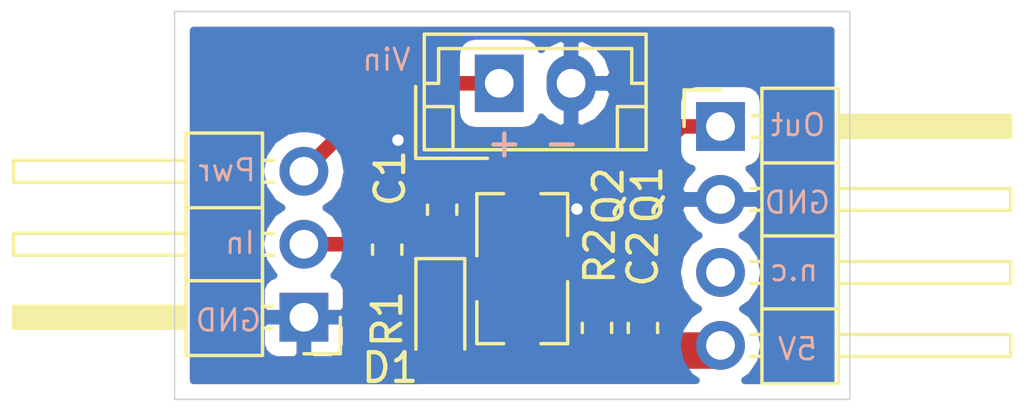
<source format=kicad_pcb>
(kicad_pcb (version 20171130) (host pcbnew 6.0.0-rc1-unknown-6d2dfbb~65~ubuntu18.04.1)

  (general
    (thickness 1.6)
    (drawings 13)
    (tracks 28)
    (zones 0)
    (modules 10)
    (nets 10)
  )

  (page A4)
  (layers
    (0 F.Cu signal)
    (31 B.Cu signal)
    (32 B.Adhes user)
    (33 F.Adhes user)
    (34 B.Paste user)
    (35 F.Paste user)
    (36 B.SilkS user)
    (37 F.SilkS user)
    (38 B.Mask user)
    (39 F.Mask user)
    (40 Dwgs.User user)
    (41 Cmts.User user)
    (42 Eco1.User user)
    (43 Eco2.User user)
    (44 Edge.Cuts user)
    (45 Margin user)
    (46 B.CrtYd user)
    (47 F.CrtYd user)
    (48 B.Fab user hide)
    (49 F.Fab user hide)
  )

  (setup
    (last_trace_width 0.25)
    (user_trace_width 0.254)
    (user_trace_width 0.508)
    (user_trace_width 0.762)
    (user_trace_width 1.27)
    (trace_clearance 0.2)
    (zone_clearance 0.508)
    (zone_45_only no)
    (trace_min 0.2)
    (via_size 0.8)
    (via_drill 0.4)
    (via_min_size 0.4)
    (via_min_drill 0.3)
    (uvia_size 0.3)
    (uvia_drill 0.1)
    (uvias_allowed no)
    (uvia_min_size 0.2)
    (uvia_min_drill 0.1)
    (edge_width 0.05)
    (segment_width 0.2)
    (pcb_text_width 0.3)
    (pcb_text_size 1.5 1.5)
    (mod_edge_width 0.12)
    (mod_text_size 0.75 0.75)
    (mod_text_width 0.1)
    (pad_size 1.524 1.524)
    (pad_drill 0.762)
    (pad_to_mask_clearance 0.2)
    (aux_axis_origin 0 0)
    (visible_elements FFFFFF7F)
    (pcbplotparams
      (layerselection 0x010fc_ffffffff)
      (usegerberextensions true)
      (usegerberattributes false)
      (usegerberadvancedattributes false)
      (creategerberjobfile false)
      (excludeedgelayer true)
      (linewidth 0.100000)
      (plotframeref false)
      (viasonmask false)
      (mode 1)
      (useauxorigin false)
      (hpglpennumber 1)
      (hpglpenspeed 20)
      (hpglpendiameter 15.000000)
      (psnegative false)
      (psa4output false)
      (plotreference true)
      (plotvalue true)
      (plotinvisibletext false)
      (padsonsilk false)
      (subtractmaskfromsilk false)
      (outputformat 1)
      (mirror false)
      (drillshape 0)
      (scaleselection 1)
      (outputdirectory "Gerber"))
  )

  (net 0 "")
  (net 1 "Net-(C1-Pad1)")
  (net 2 +5V)
  (net 3 "Net-(D1-Pad2)")
  (net 4 "Net-(Q1-Pad2)")
  (net 5 GND)
  (net 6 "Net-(J1-Pad2)")
  (net 7 "Net-(J3-Pad1)")
  (net 8 "Net-(J3-Pad3)")
  (net 9 "Net-(J1-Pad3)")

  (net_class Default "This is the default net class."
    (clearance 0.2)
    (trace_width 0.25)
    (via_dia 0.8)
    (via_drill 0.4)
    (uvia_dia 0.3)
    (uvia_drill 0.1)
    (add_net +5V)
    (add_net GND)
    (add_net "Net-(C1-Pad1)")
    (add_net "Net-(D1-Pad2)")
    (add_net "Net-(J1-Pad2)")
    (add_net "Net-(J1-Pad3)")
    (add_net "Net-(J3-Pad1)")
    (add_net "Net-(J3-Pad3)")
    (add_net "Net-(Q1-Pad2)")
  )

  (module Capacitor_SMD:C_0603_1608Metric (layer F.Cu) (tedit 5B301BBE) (tstamp 5B5D269E)
    (at 101.3 57.0125 90)
    (descr "Capacitor SMD 0603 (1608 Metric), square (rectangular) end terminal, IPC_7351 nominal, (Body size source: http://www.tortai-tech.com/upload/download/2011102023233369053.pdf), generated with kicad-footprint-generator")
    (tags capacitor)
    (path /5B54A388)
    (attr smd)
    (fp_text reference C2 (at 2.4125 0 90) (layer F.SilkS)
      (effects (font (size 1 1) (thickness 0.15)))
    )
    (fp_text value 0.1uF (at 0 1.43 90) (layer F.Fab)
      (effects (font (size 1 1) (thickness 0.15)))
    )
    (fp_line (start -0.8 0.4) (end -0.8 -0.4) (layer F.Fab) (width 0.1))
    (fp_line (start -0.8 -0.4) (end 0.8 -0.4) (layer F.Fab) (width 0.1))
    (fp_line (start 0.8 -0.4) (end 0.8 0.4) (layer F.Fab) (width 0.1))
    (fp_line (start 0.8 0.4) (end -0.8 0.4) (layer F.Fab) (width 0.1))
    (fp_line (start -0.162779 -0.51) (end 0.162779 -0.51) (layer F.SilkS) (width 0.12))
    (fp_line (start -0.162779 0.51) (end 0.162779 0.51) (layer F.SilkS) (width 0.12))
    (fp_line (start -1.48 0.73) (end -1.48 -0.73) (layer F.CrtYd) (width 0.05))
    (fp_line (start -1.48 -0.73) (end 1.48 -0.73) (layer F.CrtYd) (width 0.05))
    (fp_line (start 1.48 -0.73) (end 1.48 0.73) (layer F.CrtYd) (width 0.05))
    (fp_line (start 1.48 0.73) (end -1.48 0.73) (layer F.CrtYd) (width 0.05))
    (fp_text user %R (at 0 0 90) (layer F.Fab)
      (effects (font (size 0.4 0.4) (thickness 0.06)))
    )
    (pad 1 smd roundrect (at -0.7875 0 90) (size 0.875 0.95) (layers F.Cu F.Paste F.Mask) (roundrect_rratio 0.25)
      (net 2 +5V))
    (pad 2 smd roundrect (at 0.7875 0 90) (size 0.875 0.95) (layers F.Cu F.Paste F.Mask) (roundrect_rratio 0.25)
      (net 5 GND))
    (model ${KISYS3DMOD}/Capacitor_SMD.3dshapes/C_0603_1608Metric.wrl
      (at (xyz 0 0 0))
      (scale (xyz 1 1 1))
      (rotate (xyz 0 0 0))
    )
  )

  (module Connector_JST:JST_EH_B02B-EH-A_1x02_P2.50mm_Vertical (layer F.Cu) (tedit 5A0EB040) (tstamp 5B5D1E87)
    (at 96.3 48.5)
    (descr "JST EH series connector, B02B-EH-A (http://www.jst-mfg.com/product/pdf/eng/eEH.pdf), generated with kicad-footprint-generator")
    (tags "connector JST EH side entry")
    (path /5B548A52)
    (fp_text reference J2 (at 4.3 1.7) (layer F.SilkS) hide
      (effects (font (size 1 1) (thickness 0.15)))
    )
    (fp_text value Vin (at 1.25 3.4) (layer F.Fab)
      (effects (font (size 1 1) (thickness 0.15)))
    )
    (fp_line (start -2.5 -1.6) (end -2.5 2.2) (layer F.Fab) (width 0.1))
    (fp_line (start -2.5 2.2) (end 5 2.2) (layer F.Fab) (width 0.1))
    (fp_line (start 5 2.2) (end 5 -1.6) (layer F.Fab) (width 0.1))
    (fp_line (start 5 -1.6) (end -2.5 -1.6) (layer F.Fab) (width 0.1))
    (fp_line (start -3 -2.1) (end -3 2.7) (layer F.CrtYd) (width 0.05))
    (fp_line (start -3 2.7) (end 5.5 2.7) (layer F.CrtYd) (width 0.05))
    (fp_line (start 5.5 2.7) (end 5.5 -2.1) (layer F.CrtYd) (width 0.05))
    (fp_line (start 5.5 -2.1) (end -3 -2.1) (layer F.CrtYd) (width 0.05))
    (fp_line (start -2.61 -1.71) (end -2.61 2.31) (layer F.SilkS) (width 0.12))
    (fp_line (start -2.61 2.31) (end 5.11 2.31) (layer F.SilkS) (width 0.12))
    (fp_line (start 5.11 2.31) (end 5.11 -1.71) (layer F.SilkS) (width 0.12))
    (fp_line (start 5.11 -1.71) (end -2.61 -1.71) (layer F.SilkS) (width 0.12))
    (fp_line (start -2.61 0) (end -2.11 0) (layer F.SilkS) (width 0.12))
    (fp_line (start -2.11 0) (end -2.11 -1.21) (layer F.SilkS) (width 0.12))
    (fp_line (start -2.11 -1.21) (end 4.61 -1.21) (layer F.SilkS) (width 0.12))
    (fp_line (start 4.61 -1.21) (end 4.61 0) (layer F.SilkS) (width 0.12))
    (fp_line (start 4.61 0) (end 5.11 0) (layer F.SilkS) (width 0.12))
    (fp_line (start -2.61 0.81) (end -1.61 0.81) (layer F.SilkS) (width 0.12))
    (fp_line (start -1.61 0.81) (end -1.61 2.31) (layer F.SilkS) (width 0.12))
    (fp_line (start 5.11 0.81) (end 4.11 0.81) (layer F.SilkS) (width 0.12))
    (fp_line (start 4.11 0.81) (end 4.11 2.31) (layer F.SilkS) (width 0.12))
    (fp_line (start -2.91 0.11) (end -2.91 2.61) (layer F.SilkS) (width 0.12))
    (fp_line (start -2.91 2.61) (end -0.41 2.61) (layer F.SilkS) (width 0.12))
    (fp_line (start -2.91 0.11) (end -2.91 2.61) (layer F.Fab) (width 0.1))
    (fp_line (start -2.91 2.61) (end -0.41 2.61) (layer F.Fab) (width 0.1))
    (fp_text user %R (at 1.25 1.5) (layer F.Fab)
      (effects (font (size 1 1) (thickness 0.15)))
    )
    (pad 1 thru_hole rect (at 0 0) (size 1.7 2) (drill 1) (layers *.Cu *.Mask)
      (net 9 "Net-(J1-Pad3)"))
    (pad 2 thru_hole oval (at 2.5 0) (size 1.7 2) (drill 1) (layers *.Cu *.Mask)
      (net 5 GND))
    (model ${KISYS3DMOD}/Connector_JST.3dshapes/JST_EH_B02B-EH-A_1x02_P2.50mm_Vertical.wrl
      (at (xyz 0 0 0))
      (scale (xyz 1 1 1))
      (rotate (xyz 0 0 0))
    )
  )

  (module Connector_PinHeader_2.54mm:PinHeader_1x03_P2.54mm_Horizontal (layer F.Cu) (tedit 59FED5CB) (tstamp 5B5D1E67)
    (at 89.5 56.64 180)
    (descr "Through hole angled pin header, 1x03, 2.54mm pitch, 6mm pin length, single row")
    (tags "Through hole angled pin header THT 1x03 2.54mm single row")
    (path /5B5488F6)
    (fp_text reference J1 (at 2.9 -0.36 180) (layer F.SilkS) hide
      (effects (font (size 1 1) (thickness 0.15)))
    )
    (fp_text value SENSOR (at 4.385 7.35 180) (layer F.Fab)
      (effects (font (size 1 1) (thickness 0.15)))
    )
    (fp_line (start 2.135 -1.27) (end 4.04 -1.27) (layer F.Fab) (width 0.1))
    (fp_line (start 4.04 -1.27) (end 4.04 6.35) (layer F.Fab) (width 0.1))
    (fp_line (start 4.04 6.35) (end 1.5 6.35) (layer F.Fab) (width 0.1))
    (fp_line (start 1.5 6.35) (end 1.5 -0.635) (layer F.Fab) (width 0.1))
    (fp_line (start 1.5 -0.635) (end 2.135 -1.27) (layer F.Fab) (width 0.1))
    (fp_line (start -0.32 -0.32) (end 1.5 -0.32) (layer F.Fab) (width 0.1))
    (fp_line (start -0.32 -0.32) (end -0.32 0.32) (layer F.Fab) (width 0.1))
    (fp_line (start -0.32 0.32) (end 1.5 0.32) (layer F.Fab) (width 0.1))
    (fp_line (start 4.04 -0.32) (end 10.04 -0.32) (layer F.Fab) (width 0.1))
    (fp_line (start 10.04 -0.32) (end 10.04 0.32) (layer F.Fab) (width 0.1))
    (fp_line (start 4.04 0.32) (end 10.04 0.32) (layer F.Fab) (width 0.1))
    (fp_line (start -0.32 2.22) (end 1.5 2.22) (layer F.Fab) (width 0.1))
    (fp_line (start -0.32 2.22) (end -0.32 2.86) (layer F.Fab) (width 0.1))
    (fp_line (start -0.32 2.86) (end 1.5 2.86) (layer F.Fab) (width 0.1))
    (fp_line (start 4.04 2.22) (end 10.04 2.22) (layer F.Fab) (width 0.1))
    (fp_line (start 10.04 2.22) (end 10.04 2.86) (layer F.Fab) (width 0.1))
    (fp_line (start 4.04 2.86) (end 10.04 2.86) (layer F.Fab) (width 0.1))
    (fp_line (start -0.32 4.76) (end 1.5 4.76) (layer F.Fab) (width 0.1))
    (fp_line (start -0.32 4.76) (end -0.32 5.4) (layer F.Fab) (width 0.1))
    (fp_line (start -0.32 5.4) (end 1.5 5.4) (layer F.Fab) (width 0.1))
    (fp_line (start 4.04 4.76) (end 10.04 4.76) (layer F.Fab) (width 0.1))
    (fp_line (start 10.04 4.76) (end 10.04 5.4) (layer F.Fab) (width 0.1))
    (fp_line (start 4.04 5.4) (end 10.04 5.4) (layer F.Fab) (width 0.1))
    (fp_line (start 1.44 -1.33) (end 1.44 6.41) (layer F.SilkS) (width 0.12))
    (fp_line (start 1.44 6.41) (end 4.1 6.41) (layer F.SilkS) (width 0.12))
    (fp_line (start 4.1 6.41) (end 4.1 -1.33) (layer F.SilkS) (width 0.12))
    (fp_line (start 4.1 -1.33) (end 1.44 -1.33) (layer F.SilkS) (width 0.12))
    (fp_line (start 4.1 -0.38) (end 10.1 -0.38) (layer F.SilkS) (width 0.12))
    (fp_line (start 10.1 -0.38) (end 10.1 0.38) (layer F.SilkS) (width 0.12))
    (fp_line (start 10.1 0.38) (end 4.1 0.38) (layer F.SilkS) (width 0.12))
    (fp_line (start 4.1 -0.32) (end 10.1 -0.32) (layer F.SilkS) (width 0.12))
    (fp_line (start 4.1 -0.2) (end 10.1 -0.2) (layer F.SilkS) (width 0.12))
    (fp_line (start 4.1 -0.08) (end 10.1 -0.08) (layer F.SilkS) (width 0.12))
    (fp_line (start 4.1 0.04) (end 10.1 0.04) (layer F.SilkS) (width 0.12))
    (fp_line (start 4.1 0.16) (end 10.1 0.16) (layer F.SilkS) (width 0.12))
    (fp_line (start 4.1 0.28) (end 10.1 0.28) (layer F.SilkS) (width 0.12))
    (fp_line (start 1.11 -0.38) (end 1.44 -0.38) (layer F.SilkS) (width 0.12))
    (fp_line (start 1.11 0.38) (end 1.44 0.38) (layer F.SilkS) (width 0.12))
    (fp_line (start 1.44 1.27) (end 4.1 1.27) (layer F.SilkS) (width 0.12))
    (fp_line (start 4.1 2.16) (end 10.1 2.16) (layer F.SilkS) (width 0.12))
    (fp_line (start 10.1 2.16) (end 10.1 2.92) (layer F.SilkS) (width 0.12))
    (fp_line (start 10.1 2.92) (end 4.1 2.92) (layer F.SilkS) (width 0.12))
    (fp_line (start 1.042929 2.16) (end 1.44 2.16) (layer F.SilkS) (width 0.12))
    (fp_line (start 1.042929 2.92) (end 1.44 2.92) (layer F.SilkS) (width 0.12))
    (fp_line (start 1.44 3.81) (end 4.1 3.81) (layer F.SilkS) (width 0.12))
    (fp_line (start 4.1 4.7) (end 10.1 4.7) (layer F.SilkS) (width 0.12))
    (fp_line (start 10.1 4.7) (end 10.1 5.46) (layer F.SilkS) (width 0.12))
    (fp_line (start 10.1 5.46) (end 4.1 5.46) (layer F.SilkS) (width 0.12))
    (fp_line (start 1.042929 4.7) (end 1.44 4.7) (layer F.SilkS) (width 0.12))
    (fp_line (start 1.042929 5.46) (end 1.44 5.46) (layer F.SilkS) (width 0.12))
    (fp_line (start -1.27 0) (end -1.27 -1.27) (layer F.SilkS) (width 0.12))
    (fp_line (start -1.27 -1.27) (end 0 -1.27) (layer F.SilkS) (width 0.12))
    (fp_line (start -1.8 -1.8) (end -1.8 6.85) (layer F.CrtYd) (width 0.05))
    (fp_line (start -1.8 6.85) (end 10.55 6.85) (layer F.CrtYd) (width 0.05))
    (fp_line (start 10.55 6.85) (end 10.55 -1.8) (layer F.CrtYd) (width 0.05))
    (fp_line (start 10.55 -1.8) (end -1.8 -1.8) (layer F.CrtYd) (width 0.05))
    (fp_text user %R (at 2.77 2.54 270) (layer F.Fab)
      (effects (font (size 1 1) (thickness 0.15)))
    )
    (pad 1 thru_hole rect (at 0 0 180) (size 1.7 1.7) (drill 1) (layers *.Cu *.Mask)
      (net 5 GND))
    (pad 2 thru_hole oval (at 0 2.54 180) (size 1.7 1.7) (drill 1) (layers *.Cu *.Mask)
      (net 6 "Net-(J1-Pad2)"))
    (pad 3 thru_hole oval (at 0 5.08 180) (size 1.7 1.7) (drill 1) (layers *.Cu *.Mask)
      (net 9 "Net-(J1-Pad3)"))
    (model ${KISYS3DMOD}/Connector_PinHeader_2.54mm.3dshapes/PinHeader_1x03_P2.54mm_Horizontal.wrl
      (at (xyz 0 0 0))
      (scale (xyz 1 1 1))
      (rotate (xyz 0 0 0))
    )
  )

  (module Connector_PinHeader_2.54mm:PinHeader_1x04_P2.54mm_Horizontal (layer F.Cu) (tedit 59FED5CB) (tstamp 5B5D1E27)
    (at 104 50)
    (descr "Through hole angled pin header, 1x04, 2.54mm pitch, 6mm pin length, single row")
    (tags "Through hole angled pin header THT 1x04 2.54mm single row")
    (path /5B548555)
    (fp_text reference J3 (at 2.7 -0.1) (layer F.SilkS) hide
      (effects (font (size 1 1) (thickness 0.15)))
    )
    (fp_text value Z-Probe (at 4.385 9.89) (layer F.Fab)
      (effects (font (size 1 1) (thickness 0.15)))
    )
    (fp_line (start 2.135 -1.27) (end 4.04 -1.27) (layer F.Fab) (width 0.1))
    (fp_line (start 4.04 -1.27) (end 4.04 8.89) (layer F.Fab) (width 0.1))
    (fp_line (start 4.04 8.89) (end 1.5 8.89) (layer F.Fab) (width 0.1))
    (fp_line (start 1.5 8.89) (end 1.5 -0.635) (layer F.Fab) (width 0.1))
    (fp_line (start 1.5 -0.635) (end 2.135 -1.27) (layer F.Fab) (width 0.1))
    (fp_line (start -0.32 -0.32) (end 1.5 -0.32) (layer F.Fab) (width 0.1))
    (fp_line (start -0.32 -0.32) (end -0.32 0.32) (layer F.Fab) (width 0.1))
    (fp_line (start -0.32 0.32) (end 1.5 0.32) (layer F.Fab) (width 0.1))
    (fp_line (start 4.04 -0.32) (end 10.04 -0.32) (layer F.Fab) (width 0.1))
    (fp_line (start 10.04 -0.32) (end 10.04 0.32) (layer F.Fab) (width 0.1))
    (fp_line (start 4.04 0.32) (end 10.04 0.32) (layer F.Fab) (width 0.1))
    (fp_line (start -0.32 2.22) (end 1.5 2.22) (layer F.Fab) (width 0.1))
    (fp_line (start -0.32 2.22) (end -0.32 2.86) (layer F.Fab) (width 0.1))
    (fp_line (start -0.32 2.86) (end 1.5 2.86) (layer F.Fab) (width 0.1))
    (fp_line (start 4.04 2.22) (end 10.04 2.22) (layer F.Fab) (width 0.1))
    (fp_line (start 10.04 2.22) (end 10.04 2.86) (layer F.Fab) (width 0.1))
    (fp_line (start 4.04 2.86) (end 10.04 2.86) (layer F.Fab) (width 0.1))
    (fp_line (start -0.32 4.76) (end 1.5 4.76) (layer F.Fab) (width 0.1))
    (fp_line (start -0.32 4.76) (end -0.32 5.4) (layer F.Fab) (width 0.1))
    (fp_line (start -0.32 5.4) (end 1.5 5.4) (layer F.Fab) (width 0.1))
    (fp_line (start 4.04 4.76) (end 10.04 4.76) (layer F.Fab) (width 0.1))
    (fp_line (start 10.04 4.76) (end 10.04 5.4) (layer F.Fab) (width 0.1))
    (fp_line (start 4.04 5.4) (end 10.04 5.4) (layer F.Fab) (width 0.1))
    (fp_line (start -0.32 7.3) (end 1.5 7.3) (layer F.Fab) (width 0.1))
    (fp_line (start -0.32 7.3) (end -0.32 7.94) (layer F.Fab) (width 0.1))
    (fp_line (start -0.32 7.94) (end 1.5 7.94) (layer F.Fab) (width 0.1))
    (fp_line (start 4.04 7.3) (end 10.04 7.3) (layer F.Fab) (width 0.1))
    (fp_line (start 10.04 7.3) (end 10.04 7.94) (layer F.Fab) (width 0.1))
    (fp_line (start 4.04 7.94) (end 10.04 7.94) (layer F.Fab) (width 0.1))
    (fp_line (start 1.44 -1.33) (end 1.44 8.95) (layer F.SilkS) (width 0.12))
    (fp_line (start 1.44 8.95) (end 4.1 8.95) (layer F.SilkS) (width 0.12))
    (fp_line (start 4.1 8.95) (end 4.1 -1.33) (layer F.SilkS) (width 0.12))
    (fp_line (start 4.1 -1.33) (end 1.44 -1.33) (layer F.SilkS) (width 0.12))
    (fp_line (start 4.1 -0.38) (end 10.1 -0.38) (layer F.SilkS) (width 0.12))
    (fp_line (start 10.1 -0.38) (end 10.1 0.38) (layer F.SilkS) (width 0.12))
    (fp_line (start 10.1 0.38) (end 4.1 0.38) (layer F.SilkS) (width 0.12))
    (fp_line (start 4.1 -0.32) (end 10.1 -0.32) (layer F.SilkS) (width 0.12))
    (fp_line (start 4.1 -0.2) (end 10.1 -0.2) (layer F.SilkS) (width 0.12))
    (fp_line (start 4.1 -0.08) (end 10.1 -0.08) (layer F.SilkS) (width 0.12))
    (fp_line (start 4.1 0.04) (end 10.1 0.04) (layer F.SilkS) (width 0.12))
    (fp_line (start 4.1 0.16) (end 10.1 0.16) (layer F.SilkS) (width 0.12))
    (fp_line (start 4.1 0.28) (end 10.1 0.28) (layer F.SilkS) (width 0.12))
    (fp_line (start 1.11 -0.38) (end 1.44 -0.38) (layer F.SilkS) (width 0.12))
    (fp_line (start 1.11 0.38) (end 1.44 0.38) (layer F.SilkS) (width 0.12))
    (fp_line (start 1.44 1.27) (end 4.1 1.27) (layer F.SilkS) (width 0.12))
    (fp_line (start 4.1 2.16) (end 10.1 2.16) (layer F.SilkS) (width 0.12))
    (fp_line (start 10.1 2.16) (end 10.1 2.92) (layer F.SilkS) (width 0.12))
    (fp_line (start 10.1 2.92) (end 4.1 2.92) (layer F.SilkS) (width 0.12))
    (fp_line (start 1.042929 2.16) (end 1.44 2.16) (layer F.SilkS) (width 0.12))
    (fp_line (start 1.042929 2.92) (end 1.44 2.92) (layer F.SilkS) (width 0.12))
    (fp_line (start 1.44 3.81) (end 4.1 3.81) (layer F.SilkS) (width 0.12))
    (fp_line (start 4.1 4.7) (end 10.1 4.7) (layer F.SilkS) (width 0.12))
    (fp_line (start 10.1 4.7) (end 10.1 5.46) (layer F.SilkS) (width 0.12))
    (fp_line (start 10.1 5.46) (end 4.1 5.46) (layer F.SilkS) (width 0.12))
    (fp_line (start 1.042929 4.7) (end 1.44 4.7) (layer F.SilkS) (width 0.12))
    (fp_line (start 1.042929 5.46) (end 1.44 5.46) (layer F.SilkS) (width 0.12))
    (fp_line (start 1.44 6.35) (end 4.1 6.35) (layer F.SilkS) (width 0.12))
    (fp_line (start 4.1 7.24) (end 10.1 7.24) (layer F.SilkS) (width 0.12))
    (fp_line (start 10.1 7.24) (end 10.1 8) (layer F.SilkS) (width 0.12))
    (fp_line (start 10.1 8) (end 4.1 8) (layer F.SilkS) (width 0.12))
    (fp_line (start 1.042929 7.24) (end 1.44 7.24) (layer F.SilkS) (width 0.12))
    (fp_line (start 1.042929 8) (end 1.44 8) (layer F.SilkS) (width 0.12))
    (fp_line (start -1.27 0) (end -1.27 -1.27) (layer F.SilkS) (width 0.12))
    (fp_line (start -1.27 -1.27) (end 0 -1.27) (layer F.SilkS) (width 0.12))
    (fp_line (start -1.8 -1.8) (end -1.8 9.4) (layer F.CrtYd) (width 0.05))
    (fp_line (start -1.8 9.4) (end 10.55 9.4) (layer F.CrtYd) (width 0.05))
    (fp_line (start 10.55 9.4) (end 10.55 -1.8) (layer F.CrtYd) (width 0.05))
    (fp_line (start 10.55 -1.8) (end -1.8 -1.8) (layer F.CrtYd) (width 0.05))
    (fp_text user %R (at 2.77 3.81 90) (layer F.Fab)
      (effects (font (size 1 1) (thickness 0.15)))
    )
    (pad 1 thru_hole rect (at 0 0) (size 1.7 1.7) (drill 1) (layers *.Cu *.Mask)
      (net 7 "Net-(J3-Pad1)"))
    (pad 2 thru_hole oval (at 0 2.54) (size 1.7 1.7) (drill 1) (layers *.Cu *.Mask)
      (net 5 GND))
    (pad 3 thru_hole oval (at 0 5.08) (size 1.7 1.7) (drill 1) (layers *.Cu *.Mask)
      (net 8 "Net-(J3-Pad3)"))
    (pad 4 thru_hole oval (at 0 7.62) (size 1.7 1.7) (drill 1) (layers *.Cu *.Mask)
      (net 2 +5V))
    (model ${KISYS3DMOD}/Connector_PinHeader_2.54mm.3dshapes/PinHeader_1x04_P2.54mm_Horizontal.wrl
      (at (xyz 0 0 0))
      (scale (xyz 1 1 1))
      (rotate (xyz 0 0 0))
    )
  )

  (module Capacitor_SMD:C_0603_1608Metric (layer F.Cu) (tedit 5B301BBE) (tstamp 5B5D2BFC)
    (at 94.3125 52.9 90)
    (descr "Capacitor SMD 0603 (1608 Metric), square (rectangular) end terminal, IPC_7351 nominal, (Body size source: http://www.tortai-tech.com/upload/download/2011102023233369053.pdf), generated with kicad-footprint-generator")
    (tags capacitor)
    (path /5B547C10)
    (attr smd)
    (fp_text reference C1 (at 1.1 -1.8125 90) (layer F.SilkS)
      (effects (font (size 1 1) (thickness 0.15)))
    )
    (fp_text value 0.01uF (at 0 1.43 90) (layer F.Fab)
      (effects (font (size 1 1) (thickness 0.15)))
    )
    (fp_line (start -0.8 0.4) (end -0.8 -0.4) (layer F.Fab) (width 0.1))
    (fp_line (start -0.8 -0.4) (end 0.8 -0.4) (layer F.Fab) (width 0.1))
    (fp_line (start 0.8 -0.4) (end 0.8 0.4) (layer F.Fab) (width 0.1))
    (fp_line (start 0.8 0.4) (end -0.8 0.4) (layer F.Fab) (width 0.1))
    (fp_line (start -0.162779 -0.51) (end 0.162779 -0.51) (layer F.SilkS) (width 0.12))
    (fp_line (start -0.162779 0.51) (end 0.162779 0.51) (layer F.SilkS) (width 0.12))
    (fp_line (start -1.48 0.73) (end -1.48 -0.73) (layer F.CrtYd) (width 0.05))
    (fp_line (start -1.48 -0.73) (end 1.48 -0.73) (layer F.CrtYd) (width 0.05))
    (fp_line (start 1.48 -0.73) (end 1.48 0.73) (layer F.CrtYd) (width 0.05))
    (fp_line (start 1.48 0.73) (end -1.48 0.73) (layer F.CrtYd) (width 0.05))
    (fp_text user %R (at 0 0 90) (layer F.Fab)
      (effects (font (size 0.4 0.4) (thickness 0.06)))
    )
    (pad 1 smd roundrect (at -0.7875 0 90) (size 0.875 0.95) (layers F.Cu F.Paste F.Mask) (roundrect_rratio 0.25)
      (net 1 "Net-(C1-Pad1)"))
    (pad 2 smd roundrect (at 0.7875 0 90) (size 0.875 0.95) (layers F.Cu F.Paste F.Mask) (roundrect_rratio 0.25)
      (net 5 GND))
    (model ${KISYS3DMOD}/Capacitor_SMD.3dshapes/C_0603_1608Metric.wrl
      (at (xyz 0 0 0))
      (scale (xyz 1 1 1))
      (rotate (xyz 0 0 0))
    )
  )

  (module Diode_SMD:D_SOD-323_HandSoldering (layer F.Cu) (tedit 58641869) (tstamp 5B5D18E2)
    (at 94.25 56.5 270)
    (descr SOD-323)
    (tags SOD-323)
    (path /5B547C86)
    (attr smd)
    (fp_text reference D1 (at 1.9 1.75) (layer F.SilkS)
      (effects (font (size 1 1) (thickness 0.15)))
    )
    (fp_text value 1N4148 (at 0.1 1.9 270) (layer F.Fab)
      (effects (font (size 1 1) (thickness 0.15)))
    )
    (fp_text user %R (at 0 -1.85 270) (layer F.Fab)
      (effects (font (size 1 1) (thickness 0.15)))
    )
    (fp_line (start -1.9 -0.85) (end -1.9 0.85) (layer F.SilkS) (width 0.12))
    (fp_line (start 0.2 0) (end 0.45 0) (layer F.Fab) (width 0.1))
    (fp_line (start 0.2 0.35) (end -0.3 0) (layer F.Fab) (width 0.1))
    (fp_line (start 0.2 -0.35) (end 0.2 0.35) (layer F.Fab) (width 0.1))
    (fp_line (start -0.3 0) (end 0.2 -0.35) (layer F.Fab) (width 0.1))
    (fp_line (start -0.3 0) (end -0.5 0) (layer F.Fab) (width 0.1))
    (fp_line (start -0.3 -0.35) (end -0.3 0.35) (layer F.Fab) (width 0.1))
    (fp_line (start -0.9 0.7) (end -0.9 -0.7) (layer F.Fab) (width 0.1))
    (fp_line (start 0.9 0.7) (end -0.9 0.7) (layer F.Fab) (width 0.1))
    (fp_line (start 0.9 -0.7) (end 0.9 0.7) (layer F.Fab) (width 0.1))
    (fp_line (start -0.9 -0.7) (end 0.9 -0.7) (layer F.Fab) (width 0.1))
    (fp_line (start -2 -0.95) (end 2 -0.95) (layer F.CrtYd) (width 0.05))
    (fp_line (start 2 -0.95) (end 2 0.95) (layer F.CrtYd) (width 0.05))
    (fp_line (start -2 0.95) (end 2 0.95) (layer F.CrtYd) (width 0.05))
    (fp_line (start -2 -0.95) (end -2 0.95) (layer F.CrtYd) (width 0.05))
    (fp_line (start -1.9 0.85) (end 1.25 0.85) (layer F.SilkS) (width 0.12))
    (fp_line (start -1.9 -0.85) (end 1.25 -0.85) (layer F.SilkS) (width 0.12))
    (pad 1 smd rect (at -1.25 0 270) (size 1 1) (layers F.Cu F.Paste F.Mask)
      (net 1 "Net-(C1-Pad1)"))
    (pad 2 smd rect (at 1.25 0 270) (size 1 1) (layers F.Cu F.Paste F.Mask)
      (net 3 "Net-(D1-Pad2)"))
    (model ${KISYS3DMOD}/Diode_SMD.3dshapes/D_SOD-323.wrl
      (at (xyz 0 0 0))
      (scale (xyz 1 1 1))
      (rotate (xyz 0 0 0))
    )
  )

  (module Package_TO_SOT_SMD:SOT-23 (layer F.Cu) (tedit 5A02FF57) (tstamp 5B5D18CA)
    (at 97.1 53.1 90)
    (descr "SOT-23, Standard")
    (tags SOT-23)
    (path /5B547A2A)
    (attr smd)
    (fp_text reference Q2 (at 0.675 3 90) (layer F.SilkS)
      (effects (font (size 1 1) (thickness 0.15)))
    )
    (fp_text value DTC124E (at 0 2.5 90) (layer F.Fab)
      (effects (font (size 1 1) (thickness 0.15)))
    )
    (fp_line (start 0.76 1.58) (end -0.7 1.58) (layer F.SilkS) (width 0.12))
    (fp_line (start 0.76 -1.58) (end -1.4 -1.58) (layer F.SilkS) (width 0.12))
    (fp_line (start -1.7 1.75) (end -1.7 -1.75) (layer F.CrtYd) (width 0.05))
    (fp_line (start 1.7 1.75) (end -1.7 1.75) (layer F.CrtYd) (width 0.05))
    (fp_line (start 1.7 -1.75) (end 1.7 1.75) (layer F.CrtYd) (width 0.05))
    (fp_line (start -1.7 -1.75) (end 1.7 -1.75) (layer F.CrtYd) (width 0.05))
    (fp_line (start 0.76 -1.58) (end 0.76 -0.65) (layer F.SilkS) (width 0.12))
    (fp_line (start 0.76 1.58) (end 0.76 0.65) (layer F.SilkS) (width 0.12))
    (fp_line (start -0.7 1.52) (end 0.7 1.52) (layer F.Fab) (width 0.1))
    (fp_line (start 0.7 -1.52) (end 0.7 1.52) (layer F.Fab) (width 0.1))
    (fp_line (start -0.7 -0.95) (end -0.15 -1.52) (layer F.Fab) (width 0.1))
    (fp_line (start -0.15 -1.52) (end 0.7 -1.52) (layer F.Fab) (width 0.1))
    (fp_line (start -0.7 -0.95) (end -0.7 1.5) (layer F.Fab) (width 0.1))
    (fp_text user %R (at 0 0 180) (layer F.Fab)
      (effects (font (size 0.5 0.5) (thickness 0.075)))
    )
    (pad 3 smd rect (at 1 0 90) (size 0.9 0.8) (layers F.Cu F.Paste F.Mask)
      (net 7 "Net-(J3-Pad1)"))
    (pad 2 smd rect (at -1 0.95 90) (size 0.9 0.8) (layers F.Cu F.Paste F.Mask)
      (net 5 GND))
    (pad 1 smd rect (at -1 -0.95 90) (size 0.9 0.8) (layers F.Cu F.Paste F.Mask)
      (net 4 "Net-(Q1-Pad2)"))
    (model ${KISYS3DMOD}/Package_TO_SOT_SMD.3dshapes/SOT-23.wrl
      (at (xyz 0 0 0))
      (scale (xyz 1 1 1))
      (rotate (xyz 0 0 0))
    )
  )

  (module Package_TO_SOT_SMD:SOT-23 (layer F.Cu) (tedit 5A02FF57) (tstamp 5B5D18B5)
    (at 97.1 56.8 270)
    (descr "SOT-23, Standard")
    (tags SOT-23)
    (path /5B547971)
    (attr smd)
    (fp_text reference Q1 (at -4.425 -4.35 270) (layer F.SilkS)
      (effects (font (size 1 1) (thickness 0.15)))
    )
    (fp_text value DTA124E (at 0 2.5 270) (layer F.Fab)
      (effects (font (size 1 1) (thickness 0.15)))
    )
    (fp_text user %R (at 0 0) (layer F.Fab)
      (effects (font (size 0.5 0.5) (thickness 0.075)))
    )
    (fp_line (start -0.7 -0.95) (end -0.7 1.5) (layer F.Fab) (width 0.1))
    (fp_line (start -0.15 -1.52) (end 0.7 -1.52) (layer F.Fab) (width 0.1))
    (fp_line (start -0.7 -0.95) (end -0.15 -1.52) (layer F.Fab) (width 0.1))
    (fp_line (start 0.7 -1.52) (end 0.7 1.52) (layer F.Fab) (width 0.1))
    (fp_line (start -0.7 1.52) (end 0.7 1.52) (layer F.Fab) (width 0.1))
    (fp_line (start 0.76 1.58) (end 0.76 0.65) (layer F.SilkS) (width 0.12))
    (fp_line (start 0.76 -1.58) (end 0.76 -0.65) (layer F.SilkS) (width 0.12))
    (fp_line (start -1.7 -1.75) (end 1.7 -1.75) (layer F.CrtYd) (width 0.05))
    (fp_line (start 1.7 -1.75) (end 1.7 1.75) (layer F.CrtYd) (width 0.05))
    (fp_line (start 1.7 1.75) (end -1.7 1.75) (layer F.CrtYd) (width 0.05))
    (fp_line (start -1.7 1.75) (end -1.7 -1.75) (layer F.CrtYd) (width 0.05))
    (fp_line (start 0.76 -1.58) (end -1.4 -1.58) (layer F.SilkS) (width 0.12))
    (fp_line (start 0.76 1.58) (end -0.7 1.58) (layer F.SilkS) (width 0.12))
    (pad 1 smd rect (at -1 -0.95 270) (size 0.9 0.8) (layers F.Cu F.Paste F.Mask)
      (net 3 "Net-(D1-Pad2)"))
    (pad 2 smd rect (at -1 0.95 270) (size 0.9 0.8) (layers F.Cu F.Paste F.Mask)
      (net 4 "Net-(Q1-Pad2)"))
    (pad 3 smd rect (at 1 0 270) (size 0.9 0.8) (layers F.Cu F.Paste F.Mask)
      (net 2 +5V))
    (model ${KISYS3DMOD}/Package_TO_SOT_SMD.3dshapes/SOT-23.wrl
      (at (xyz 0 0 0))
      (scale (xyz 1 1 1))
      (rotate (xyz 0 0 0))
    )
  )

  (module Resistor_SMD:R_0603_1608Metric (layer F.Cu) (tedit 5B301BBD) (tstamp 5B5D18A0)
    (at 99.7 57.0125 90)
    (descr "Resistor SMD 0603 (1608 Metric), square (rectangular) end terminal, IPC_7351 nominal, (Body size source: http://www.tortai-tech.com/upload/download/2011102023233369053.pdf), generated with kicad-footprint-generator")
    (tags resistor)
    (path /5B547A8B)
    (attr smd)
    (fp_text reference R2 (at 2.5125 0.1 90) (layer F.SilkS)
      (effects (font (size 1 1) (thickness 0.15)))
    )
    (fp_text value 10k (at 0 1.43 90) (layer F.Fab)
      (effects (font (size 1 1) (thickness 0.15)))
    )
    (fp_text user %R (at 0 0 90) (layer F.Fab)
      (effects (font (size 0.4 0.4) (thickness 0.06)))
    )
    (fp_line (start 1.48 0.73) (end -1.48 0.73) (layer F.CrtYd) (width 0.05))
    (fp_line (start 1.48 -0.73) (end 1.48 0.73) (layer F.CrtYd) (width 0.05))
    (fp_line (start -1.48 -0.73) (end 1.48 -0.73) (layer F.CrtYd) (width 0.05))
    (fp_line (start -1.48 0.73) (end -1.48 -0.73) (layer F.CrtYd) (width 0.05))
    (fp_line (start -0.162779 0.51) (end 0.162779 0.51) (layer F.SilkS) (width 0.12))
    (fp_line (start -0.162779 -0.51) (end 0.162779 -0.51) (layer F.SilkS) (width 0.12))
    (fp_line (start 0.8 0.4) (end -0.8 0.4) (layer F.Fab) (width 0.1))
    (fp_line (start 0.8 -0.4) (end 0.8 0.4) (layer F.Fab) (width 0.1))
    (fp_line (start -0.8 -0.4) (end 0.8 -0.4) (layer F.Fab) (width 0.1))
    (fp_line (start -0.8 0.4) (end -0.8 -0.4) (layer F.Fab) (width 0.1))
    (pad 2 smd roundrect (at 0.7875 0 90) (size 0.875 0.95) (layers F.Cu F.Paste F.Mask) (roundrect_rratio 0.25)
      (net 7 "Net-(J3-Pad1)"))
    (pad 1 smd roundrect (at -0.7875 0 90) (size 0.875 0.95) (layers F.Cu F.Paste F.Mask) (roundrect_rratio 0.25)
      (net 2 +5V))
    (model ${KISYS3DMOD}/Resistor_SMD.3dshapes/R_0603_1608Metric.wrl
      (at (xyz 0 0 0))
      (scale (xyz 1 1 1))
      (rotate (xyz 0 0 0))
    )
  )

  (module Resistor_SMD:R_0603_1608Metric (layer F.Cu) (tedit 5B301BBD) (tstamp 5B5D188F)
    (at 92.4 54.2875 90)
    (descr "Resistor SMD 0603 (1608 Metric), square (rectangular) end terminal, IPC_7351 nominal, (Body size source: http://www.tortai-tech.com/upload/download/2011102023233369053.pdf), generated with kicad-footprint-generator")
    (tags resistor)
    (path /5B547B2E)
    (attr smd)
    (fp_text reference R1 (at -2.4125 0 90) (layer F.SilkS)
      (effects (font (size 1 1) (thickness 0.15)))
    )
    (fp_text value 1k (at 0 1.43 90) (layer F.Fab)
      (effects (font (size 1 1) (thickness 0.15)))
    )
    (fp_line (start -0.8 0.4) (end -0.8 -0.4) (layer F.Fab) (width 0.1))
    (fp_line (start -0.8 -0.4) (end 0.8 -0.4) (layer F.Fab) (width 0.1))
    (fp_line (start 0.8 -0.4) (end 0.8 0.4) (layer F.Fab) (width 0.1))
    (fp_line (start 0.8 0.4) (end -0.8 0.4) (layer F.Fab) (width 0.1))
    (fp_line (start -0.162779 -0.51) (end 0.162779 -0.51) (layer F.SilkS) (width 0.12))
    (fp_line (start -0.162779 0.51) (end 0.162779 0.51) (layer F.SilkS) (width 0.12))
    (fp_line (start -1.48 0.73) (end -1.48 -0.73) (layer F.CrtYd) (width 0.05))
    (fp_line (start -1.48 -0.73) (end 1.48 -0.73) (layer F.CrtYd) (width 0.05))
    (fp_line (start 1.48 -0.73) (end 1.48 0.73) (layer F.CrtYd) (width 0.05))
    (fp_line (start 1.48 0.73) (end -1.48 0.73) (layer F.CrtYd) (width 0.05))
    (fp_text user %R (at 0 0 90) (layer F.Fab)
      (effects (font (size 0.4 0.4) (thickness 0.06)))
    )
    (pad 1 smd roundrect (at -0.7875 0 90) (size 0.875 0.95) (layers F.Cu F.Paste F.Mask) (roundrect_rratio 0.25)
      (net 1 "Net-(C1-Pad1)"))
    (pad 2 smd roundrect (at 0.7875 0 90) (size 0.875 0.95) (layers F.Cu F.Paste F.Mask) (roundrect_rratio 0.25)
      (net 6 "Net-(J1-Pad2)"))
    (model ${KISYS3DMOD}/Resistor_SMD.3dshapes/R_0603_1608Metric.wrl
      (at (xyz 0 0 0))
      (scale (xyz 1 1 1))
      (rotate (xyz 0 0 0))
    )
  )

  (gr_text Vin (at 92.375 47.675) (layer B.SilkS)
    (effects (font (size 0.75 0.75) (thickness 0.1)) (justify mirror))
  )
  (gr_text "+ -" (at 97.475 50.7 180) (layer B.SilkS)
    (effects (font (size 1 1) (thickness 0.15)) (justify mirror))
  )
  (gr_text GND (at 86.875 56.75) (layer B.SilkS)
    (effects (font (size 0.75 0.75) (thickness 0.1)) (justify mirror))
  )
  (gr_text In (at 87.275 54.05) (layer B.SilkS)
    (effects (font (size 0.75 0.75) (thickness 0.1)) (justify mirror))
  )
  (gr_text Pwr (at 86.825 51.525) (layer B.SilkS)
    (effects (font (size 0.75 0.75) (thickness 0.1)) (justify mirror))
  )
  (gr_text Out (at 106.7 49.95) (layer B.SilkS)
    (effects (font (size 0.75 0.75) (thickness 0.1)) (justify mirror))
  )
  (gr_text GND (at 106.675 52.65) (layer B.SilkS)
    (effects (font (size 0.75 0.75) (thickness 0.1)) (justify mirror))
  )
  (gr_text n.c (at 106.55 55) (layer B.SilkS)
    (effects (font (size 0.75 0.75) (thickness 0.1)) (justify mirror))
  )
  (gr_text 5V (at 106.675 57.75) (layer B.SilkS)
    (effects (font (size 0.75 0.75) (thickness 0.1)) (justify mirror))
  )
  (gr_line (start 85 59.5) (end 85 46) (layer Edge.Cuts) (width 0.05))
  (gr_line (start 108.5 59.5) (end 85 59.5) (layer Edge.Cuts) (width 0.05))
  (gr_line (start 108.5 46) (end 108.5 59.5) (layer Edge.Cuts) (width 0.05))
  (gr_line (start 85 46) (end 108.5 46) (layer Edge.Cuts) (width 0.05))

  (segment (start 94.075 55.075) (end 94.25 55.25) (width 0.508) (layer F.Cu) (net 1))
  (segment (start 92.4 55.075) (end 94.075 55.075) (width 0.508) (layer F.Cu) (net 1))
  (segment (start 94.3125 55.1875) (end 94.25 55.25) (width 0.508) (layer F.Cu) (net 1))
  (segment (start 94.3125 53.6875) (end 94.3125 55.1875) (width 0.508) (layer F.Cu) (net 1))
  (segment (start 97.1 57.8) (end 99.7 57.8) (width 1.27) (layer F.Cu) (net 2))
  (segment (start 99.7 57.8) (end 101.3 57.8) (width 1.27) (layer F.Cu) (net 2))
  (segment (start 103.82 57.8) (end 104 57.62) (width 1.27) (layer F.Cu) (net 2))
  (segment (start 101.3 57.8) (end 103.82 57.8) (width 1.27) (layer F.Cu) (net 2))
  (segment (start 96.303999 56.704001) (end 97.145999 56.704001) (width 0.508) (layer F.Cu) (net 3))
  (segment (start 95.258 57.75) (end 96.303999 56.704001) (width 0.508) (layer F.Cu) (net 3))
  (segment (start 97.145999 56.704001) (end 98.05 55.8) (width 0.508) (layer F.Cu) (net 3))
  (segment (start 94.25 57.75) (end 95.258 57.75) (width 0.508) (layer F.Cu) (net 3))
  (segment (start 96.15 54.1) (end 96.15 55.8) (width 0.508) (layer F.Cu) (net 4))
  (via (at 99 52.875) (size 0.8) (drill 0.4) (layers F.Cu B.Cu) (net 5))
  (via (at 92.775 50.475) (size 0.8) (drill 0.4) (layers F.Cu B.Cu) (net 5))
  (segment (start 91.8 54.1) (end 92.4 53.5) (width 0.508) (layer F.Cu) (net 6))
  (segment (start 89.5 54.1) (end 91.8 54.1) (width 0.508) (layer F.Cu) (net 6))
  (segment (start 97.1 52.05) (end 97.1 52.1) (width 0.508) (layer F.Cu) (net 7))
  (segment (start 102.642 50) (end 104 50) (width 0.508) (layer F.Cu) (net 7))
  (segment (start 100.161612 55.763388) (end 100.161612 52.480388) (width 0.508) (layer F.Cu) (net 7))
  (segment (start 99.7 56.225) (end 100.161612 55.763388) (width 0.508) (layer F.Cu) (net 7))
  (segment (start 97.1 52.1) (end 98.008 52.1) (width 0.508) (layer F.Cu) (net 7))
  (segment (start 98.791 51.317) (end 101.325 51.317) (width 0.508) (layer F.Cu) (net 7))
  (segment (start 100.161612 52.480388) (end 101.325 51.317) (width 0.508) (layer F.Cu) (net 7))
  (segment (start 98.008 52.1) (end 98.791 51.317) (width 0.508) (layer F.Cu) (net 7))
  (segment (start 101.325 51.317) (end 102.642 50) (width 0.508) (layer F.Cu) (net 7))
  (segment (start 92.56 48.5) (end 96.3 48.5) (width 0.508) (layer F.Cu) (net 9))
  (segment (start 89.5 51.56) (end 92.56 48.5) (width 0.508) (layer F.Cu) (net 9))

  (zone (net 5) (net_name GND) (layer F.Cu) (tstamp 5B52E902) (hatch edge 0.508)
    (connect_pads (clearance 0.508))
    (min_thickness 0.254)
    (fill yes (arc_segments 16) (thermal_gap 0.508) (thermal_bridge_width 0.508))
    (polygon
      (pts
        (xy 84.775 45.775) (xy 108.775 45.775) (xy 108.775 59.775) (xy 84.875 59.775)
      )
    )
    (filled_polygon
      (pts
        (xy 107.840001 58.84) (xy 104.847069 58.84) (xy 105.070625 58.690625) (xy 105.398839 58.199418) (xy 105.514092 57.62)
        (xy 105.398839 57.040582) (xy 105.070625 56.549375) (xy 104.772239 56.35) (xy 105.070625 56.150625) (xy 105.398839 55.659418)
        (xy 105.514092 55.08) (xy 105.398839 54.500582) (xy 105.070625 54.009375) (xy 104.751522 53.796157) (xy 104.881358 53.735183)
        (xy 105.271645 53.306924) (xy 105.441476 52.89689) (xy 105.320155 52.667) (xy 104.127 52.667) (xy 104.127 52.687)
        (xy 103.873 52.687) (xy 103.873 52.667) (xy 102.679845 52.667) (xy 102.558524 52.89689) (xy 102.728355 53.306924)
        (xy 103.118642 53.735183) (xy 103.248478 53.796157) (xy 102.929375 54.009375) (xy 102.601161 54.500582) (xy 102.485908 55.08)
        (xy 102.601161 55.659418) (xy 102.929375 56.150625) (xy 103.227761 56.35) (xy 102.958372 56.53) (xy 102.41 56.53)
        (xy 102.41 56.51075) (xy 102.25125 56.352) (xy 101.427 56.352) (xy 101.427 56.372) (xy 101.173 56.372)
        (xy 101.173 56.352) (xy 101.153 56.352) (xy 101.153 56.098) (xy 101.173 56.098) (xy 101.173 55.31125)
        (xy 101.427 55.31125) (xy 101.427 56.098) (xy 102.25125 56.098) (xy 102.41 55.93925) (xy 102.41 55.661191)
        (xy 102.313327 55.427802) (xy 102.134699 55.249173) (xy 101.90131 55.1525) (xy 101.58575 55.1525) (xy 101.427 55.31125)
        (xy 101.173 55.31125) (xy 101.050612 55.188862) (xy 101.050612 52.848623) (xy 101.891706 52.007529) (xy 101.965933 51.957933)
        (xy 102.015531 51.883704) (xy 102.65183 51.247405) (xy 102.692191 51.307809) (xy 102.902235 51.448157) (xy 103.005708 51.468739)
        (xy 102.728355 51.773076) (xy 102.558524 52.18311) (xy 102.679845 52.413) (xy 103.873 52.413) (xy 103.873 52.393)
        (xy 104.127 52.393) (xy 104.127 52.413) (xy 105.320155 52.413) (xy 105.441476 52.18311) (xy 105.271645 51.773076)
        (xy 104.994292 51.468739) (xy 105.097765 51.448157) (xy 105.307809 51.307809) (xy 105.448157 51.097765) (xy 105.49744 50.85)
        (xy 105.49744 49.15) (xy 105.448157 48.902235) (xy 105.307809 48.692191) (xy 105.097765 48.551843) (xy 104.85 48.50256)
        (xy 103.15 48.50256) (xy 102.902235 48.551843) (xy 102.692191 48.692191) (xy 102.551843 48.902235) (xy 102.5085 49.120139)
        (xy 102.29513 49.162581) (xy 102.001067 49.359067) (xy 101.951471 49.433293) (xy 100.956765 50.428) (xy 98.87855 50.428)
        (xy 98.790999 50.410585) (xy 98.703448 50.428) (xy 98.703444 50.428) (xy 98.44413 50.479581) (xy 98.150067 50.676067)
        (xy 98.100471 50.750294) (xy 97.778431 51.072334) (xy 97.747765 51.051843) (xy 97.5 51.00256) (xy 96.7 51.00256)
        (xy 96.452235 51.051843) (xy 96.242191 51.192191) (xy 96.101843 51.402235) (xy 96.05256 51.65) (xy 96.05256 52.55)
        (xy 96.101843 52.797765) (xy 96.238684 53.00256) (xy 95.75 53.00256) (xy 95.502235 53.051843) (xy 95.369636 53.140444)
        (xy 95.369005 53.137273) (xy 95.260557 52.974969) (xy 95.325827 52.909698) (xy 95.4225 52.676309) (xy 95.4225 52.39825)
        (xy 95.26375 52.2395) (xy 94.4395 52.2395) (xy 94.4395 52.2595) (xy 94.1855 52.2595) (xy 94.1855 52.2395)
        (xy 93.36125 52.2395) (xy 93.2025 52.39825) (xy 93.2025 52.624502) (xy 92.987727 52.480995) (xy 92.65625 52.41506)
        (xy 92.14375 52.41506) (xy 91.812273 52.480995) (xy 91.531261 52.668761) (xy 91.343495 52.949773) (xy 91.291534 53.211)
        (xy 90.691983 53.211) (xy 90.570625 53.029375) (xy 90.272239 52.83) (xy 90.570625 52.630625) (xy 90.898839 52.139418)
        (xy 91.014092 51.56) (xy 91.011843 51.548691) (xy 93.2025 51.548691) (xy 93.2025 51.82675) (xy 93.36125 51.9855)
        (xy 94.1855 51.9855) (xy 94.1855 51.19875) (xy 94.4395 51.19875) (xy 94.4395 51.9855) (xy 95.26375 51.9855)
        (xy 95.4225 51.82675) (xy 95.4225 51.548691) (xy 95.325827 51.315302) (xy 95.147199 51.136673) (xy 94.91381 51.04)
        (xy 94.59825 51.04) (xy 94.4395 51.19875) (xy 94.1855 51.19875) (xy 94.02675 51.04) (xy 93.71119 51.04)
        (xy 93.477801 51.136673) (xy 93.299173 51.315302) (xy 93.2025 51.548691) (xy 91.011843 51.548691) (xy 90.971477 51.345758)
        (xy 92.928236 49.389) (xy 94.80256 49.389) (xy 94.80256 49.5) (xy 94.851843 49.747765) (xy 94.992191 49.957809)
        (xy 95.202235 50.098157) (xy 95.45 50.14744) (xy 97.15 50.14744) (xy 97.397765 50.098157) (xy 97.607809 49.957809)
        (xy 97.748157 49.747765) (xy 97.762388 49.676218) (xy 97.907955 49.838664) (xy 98.43074 50.089553) (xy 98.44311 50.091476)
        (xy 98.673 49.970155) (xy 98.673 48.627) (xy 98.927 48.627) (xy 98.927 49.970155) (xy 99.15689 50.091476)
        (xy 99.16926 50.089553) (xy 99.692045 49.838664) (xy 100.079024 49.406812) (xy 100.271284 48.859742) (xy 100.127231 48.627)
        (xy 98.927 48.627) (xy 98.673 48.627) (xy 98.653 48.627) (xy 98.653 48.373) (xy 98.673 48.373)
        (xy 98.673 47.029845) (xy 98.927 47.029845) (xy 98.927 48.373) (xy 100.127231 48.373) (xy 100.271284 48.140258)
        (xy 100.079024 47.593188) (xy 99.692045 47.161336) (xy 99.16926 46.910447) (xy 99.15689 46.908524) (xy 98.927 47.029845)
        (xy 98.673 47.029845) (xy 98.44311 46.908524) (xy 98.43074 46.910447) (xy 97.907955 47.161336) (xy 97.762388 47.323782)
        (xy 97.748157 47.252235) (xy 97.607809 47.042191) (xy 97.397765 46.901843) (xy 97.15 46.85256) (xy 95.45 46.85256)
        (xy 95.202235 46.901843) (xy 94.992191 47.042191) (xy 94.851843 47.252235) (xy 94.80256 47.5) (xy 94.80256 47.611)
        (xy 92.647556 47.611) (xy 92.56 47.593584) (xy 92.213129 47.662581) (xy 92.014783 47.795112) (xy 91.919067 47.859067)
        (xy 91.869471 47.933293) (xy 89.714242 50.088523) (xy 89.646256 50.075) (xy 89.353744 50.075) (xy 88.920582 50.161161)
        (xy 88.429375 50.489375) (xy 88.101161 50.980582) (xy 87.985908 51.56) (xy 88.101161 52.139418) (xy 88.429375 52.630625)
        (xy 88.727761 52.83) (xy 88.429375 53.029375) (xy 88.101161 53.520582) (xy 87.985908 54.1) (xy 88.101161 54.679418)
        (xy 88.429375 55.170625) (xy 88.451033 55.185096) (xy 88.290302 55.251673) (xy 88.111673 55.430301) (xy 88.015 55.66369)
        (xy 88.015 56.35425) (xy 88.17375 56.513) (xy 89.373 56.513) (xy 89.373 56.493) (xy 89.627 56.493)
        (xy 89.627 56.513) (xy 90.82625 56.513) (xy 90.985 56.35425) (xy 90.985 55.66369) (xy 90.888327 55.430301)
        (xy 90.709698 55.251673) (xy 90.548967 55.185096) (xy 90.570625 55.170625) (xy 90.691983 54.989) (xy 91.27756 54.989)
        (xy 91.27756 55.29375) (xy 91.343495 55.625227) (xy 91.531261 55.906239) (xy 91.812273 56.094005) (xy 92.14375 56.15994)
        (xy 92.65625 56.15994) (xy 92.987727 56.094005) (xy 93.149487 55.985921) (xy 93.151843 55.997765) (xy 93.292191 56.207809)
        (xy 93.502235 56.348157) (xy 93.75 56.39744) (xy 94.75 56.39744) (xy 94.997765 56.348157) (xy 95.1075 56.274834)
        (xy 95.151843 56.497765) (xy 95.192361 56.558404) (xy 95.058404 56.692361) (xy 94.997765 56.651843) (xy 94.75 56.60256)
        (xy 93.75 56.60256) (xy 93.502235 56.651843) (xy 93.292191 56.792191) (xy 93.151843 57.002235) (xy 93.10256 57.25)
        (xy 93.10256 58.25) (xy 93.151843 58.497765) (xy 93.292191 58.707809) (xy 93.490027 58.84) (xy 85.66 58.84)
        (xy 85.66 56.92575) (xy 88.015 56.92575) (xy 88.015 57.61631) (xy 88.111673 57.849699) (xy 88.290302 58.028327)
        (xy 88.523691 58.125) (xy 89.21425 58.125) (xy 89.373 57.96625) (xy 89.373 56.767) (xy 89.627 56.767)
        (xy 89.627 57.96625) (xy 89.78575 58.125) (xy 90.476309 58.125) (xy 90.709698 58.028327) (xy 90.888327 57.849699)
        (xy 90.985 57.61631) (xy 90.985 56.92575) (xy 90.82625 56.767) (xy 89.627 56.767) (xy 89.373 56.767)
        (xy 88.17375 56.767) (xy 88.015 56.92575) (xy 85.66 56.92575) (xy 85.66 46.66) (xy 107.84 46.66)
      )
    )
    (filled_polygon
      (pts
        (xy 99.255196 52.480388) (xy 99.272613 52.567947) (xy 99.272612 55.174101) (xy 99.112273 55.205995) (xy 99.073896 55.231637)
        (xy 99.048157 55.102235) (xy 98.947073 54.950953) (xy 98.988327 54.909698) (xy 99.085 54.676309) (xy 99.085 54.38575)
        (xy 98.92625 54.227) (xy 98.177 54.227) (xy 98.177 54.247) (xy 97.923 54.247) (xy 97.923 54.227)
        (xy 97.903 54.227) (xy 97.903 53.973) (xy 97.923 53.973) (xy 97.923 53.17375) (xy 98.177 53.17375)
        (xy 98.177 53.973) (xy 98.92625 53.973) (xy 99.085 53.81425) (xy 99.085 53.523691) (xy 98.988327 53.290302)
        (xy 98.809699 53.111673) (xy 98.57631 53.015) (xy 98.33575 53.015) (xy 98.177 53.17375) (xy 97.923 53.17375)
        (xy 97.837469 53.088219) (xy 97.957809 53.007809) (xy 97.964519 52.997767) (xy 98.008 53.006416) (xy 98.095555 52.989)
        (xy 98.095556 52.989) (xy 98.35487 52.937419) (xy 98.648933 52.740933) (xy 98.698531 52.666704) (xy 99.159236 52.206)
        (xy 99.309776 52.206)
      )
    )
  )
  (zone (net 5) (net_name GND) (layer B.Cu) (tstamp 5B52E8FF) (hatch edge 0.508)
    (connect_pads (clearance 0.508))
    (min_thickness 0.254)
    (fill yes (arc_segments 16) (thermal_gap 0.508) (thermal_bridge_width 0.508))
    (polygon
      (pts
        (xy 84.425 45.6) (xy 108.75 45.6) (xy 108.75 59.8) (xy 84.5 59.8)
      )
    )
    (filled_polygon
      (pts
        (xy 107.840001 58.84) (xy 104.847069 58.84) (xy 105.070625 58.690625) (xy 105.398839 58.199418) (xy 105.514092 57.62)
        (xy 105.398839 57.040582) (xy 105.070625 56.549375) (xy 104.772239 56.35) (xy 105.070625 56.150625) (xy 105.398839 55.659418)
        (xy 105.514092 55.08) (xy 105.398839 54.500582) (xy 105.070625 54.009375) (xy 104.751522 53.796157) (xy 104.881358 53.735183)
        (xy 105.271645 53.306924) (xy 105.441476 52.89689) (xy 105.320155 52.667) (xy 104.127 52.667) (xy 104.127 52.687)
        (xy 103.873 52.687) (xy 103.873 52.667) (xy 102.679845 52.667) (xy 102.558524 52.89689) (xy 102.728355 53.306924)
        (xy 103.118642 53.735183) (xy 103.248478 53.796157) (xy 102.929375 54.009375) (xy 102.601161 54.500582) (xy 102.485908 55.08)
        (xy 102.601161 55.659418) (xy 102.929375 56.150625) (xy 103.227761 56.35) (xy 102.929375 56.549375) (xy 102.601161 57.040582)
        (xy 102.485908 57.62) (xy 102.601161 58.199418) (xy 102.929375 58.690625) (xy 103.152931 58.84) (xy 85.66 58.84)
        (xy 85.66 56.92575) (xy 88.015 56.92575) (xy 88.015 57.61631) (xy 88.111673 57.849699) (xy 88.290302 58.028327)
        (xy 88.523691 58.125) (xy 89.21425 58.125) (xy 89.373 57.96625) (xy 89.373 56.767) (xy 89.627 56.767)
        (xy 89.627 57.96625) (xy 89.78575 58.125) (xy 90.476309 58.125) (xy 90.709698 58.028327) (xy 90.888327 57.849699)
        (xy 90.985 57.61631) (xy 90.985 56.92575) (xy 90.82625 56.767) (xy 89.627 56.767) (xy 89.373 56.767)
        (xy 88.17375 56.767) (xy 88.015 56.92575) (xy 85.66 56.92575) (xy 85.66 51.56) (xy 87.985908 51.56)
        (xy 88.101161 52.139418) (xy 88.429375 52.630625) (xy 88.727761 52.83) (xy 88.429375 53.029375) (xy 88.101161 53.520582)
        (xy 87.985908 54.1) (xy 88.101161 54.679418) (xy 88.429375 55.170625) (xy 88.451033 55.185096) (xy 88.290302 55.251673)
        (xy 88.111673 55.430301) (xy 88.015 55.66369) (xy 88.015 56.35425) (xy 88.17375 56.513) (xy 89.373 56.513)
        (xy 89.373 56.493) (xy 89.627 56.493) (xy 89.627 56.513) (xy 90.82625 56.513) (xy 90.985 56.35425)
        (xy 90.985 55.66369) (xy 90.888327 55.430301) (xy 90.709698 55.251673) (xy 90.548967 55.185096) (xy 90.570625 55.170625)
        (xy 90.898839 54.679418) (xy 91.014092 54.1) (xy 90.898839 53.520582) (xy 90.570625 53.029375) (xy 90.272239 52.83)
        (xy 90.570625 52.630625) (xy 90.898839 52.139418) (xy 91.014092 51.56) (xy 90.898839 50.980582) (xy 90.570625 50.489375)
        (xy 90.079418 50.161161) (xy 89.646256 50.075) (xy 89.353744 50.075) (xy 88.920582 50.161161) (xy 88.429375 50.489375)
        (xy 88.101161 50.980582) (xy 87.985908 51.56) (xy 85.66 51.56) (xy 85.66 47.5) (xy 94.80256 47.5)
        (xy 94.80256 49.5) (xy 94.851843 49.747765) (xy 94.992191 49.957809) (xy 95.202235 50.098157) (xy 95.45 50.14744)
        (xy 97.15 50.14744) (xy 97.397765 50.098157) (xy 97.607809 49.957809) (xy 97.748157 49.747765) (xy 97.762388 49.676218)
        (xy 97.907955 49.838664) (xy 98.43074 50.089553) (xy 98.44311 50.091476) (xy 98.673 49.970155) (xy 98.673 48.627)
        (xy 98.927 48.627) (xy 98.927 49.970155) (xy 99.15689 50.091476) (xy 99.16926 50.089553) (xy 99.692045 49.838664)
        (xy 100.079024 49.406812) (xy 100.169276 49.15) (xy 102.50256 49.15) (xy 102.50256 50.85) (xy 102.551843 51.097765)
        (xy 102.692191 51.307809) (xy 102.902235 51.448157) (xy 103.005708 51.468739) (xy 102.728355 51.773076) (xy 102.558524 52.18311)
        (xy 102.679845 52.413) (xy 103.873 52.413) (xy 103.873 52.393) (xy 104.127 52.393) (xy 104.127 52.413)
        (xy 105.320155 52.413) (xy 105.441476 52.18311) (xy 105.271645 51.773076) (xy 104.994292 51.468739) (xy 105.097765 51.448157)
        (xy 105.307809 51.307809) (xy 105.448157 51.097765) (xy 105.49744 50.85) (xy 105.49744 49.15) (xy 105.448157 48.902235)
        (xy 105.307809 48.692191) (xy 105.097765 48.551843) (xy 104.85 48.50256) (xy 103.15 48.50256) (xy 102.902235 48.551843)
        (xy 102.692191 48.692191) (xy 102.551843 48.902235) (xy 102.50256 49.15) (xy 100.169276 49.15) (xy 100.271284 48.859742)
        (xy 100.127231 48.627) (xy 98.927 48.627) (xy 98.673 48.627) (xy 98.653 48.627) (xy 98.653 48.373)
        (xy 98.673 48.373) (xy 98.673 47.029845) (xy 98.927 47.029845) (xy 98.927 48.373) (xy 100.127231 48.373)
        (xy 100.271284 48.140258) (xy 100.079024 47.593188) (xy 99.692045 47.161336) (xy 99.16926 46.910447) (xy 99.15689 46.908524)
        (xy 98.927 47.029845) (xy 98.673 47.029845) (xy 98.44311 46.908524) (xy 98.43074 46.910447) (xy 97.907955 47.161336)
        (xy 97.762388 47.323782) (xy 97.748157 47.252235) (xy 97.607809 47.042191) (xy 97.397765 46.901843) (xy 97.15 46.85256)
        (xy 95.45 46.85256) (xy 95.202235 46.901843) (xy 94.992191 47.042191) (xy 94.851843 47.252235) (xy 94.80256 47.5)
        (xy 85.66 47.5) (xy 85.66 46.66) (xy 107.84 46.66)
      )
    )
  )
)

</source>
